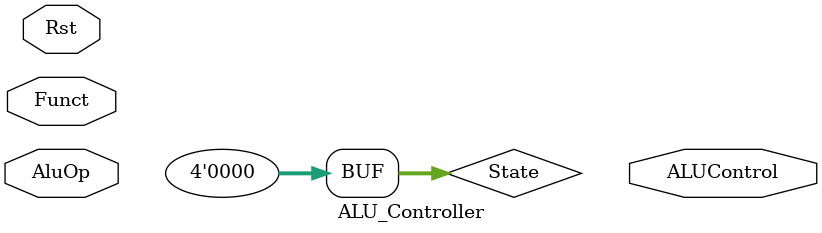
<source format=v>
`timescale 1ns / 1ps
module ALU_Controller(Rst, AluOp, Funct, ALUControl);

    input Rst;
    input [3:0] AluOp;           //4 bit AluOp code sent from controller 
    
    input [5:0] Funct;           //6 bit Instruction function field
    
    output reg [4:0] ALUControl; //5 bit output control signal sent to ALU
    
    //Controller AluOp 4 bit inputs (also are the state encodings)
    localparam [3:0] DC =      'b0000, //DONT CARE
                     ADD_I =   'b0001, //ADD IMMEDIATE
                     SUB_I =   'b0010, //SUB IMMEDIATE
                     OR_I =    'b0011, //OR IMMEDIATE
                     AND_I =   'b0100, //AND IMMEDIATE
                     XOR_I =   'b0101, //XOR IMMEDIATE
                     NOR_I =   'b0110, //NOR IMMDEIATE
                     ADDU_I =  'b0111, //ADDU IMMEDIATE
                     SUBU_I =  'b1000, //SUBU IMMEDIATE
                     MULTU_I = 'b1001, //MULTU IMMDEDIATE
                     SLT_I =   'b1010, //SLT IMMEDIATE
                     SLT_IU =  'b1011, //SLTU IMMEDIATE
                     MUL_OP =  'b1100; //ALL MULTIPLY OPERATIONS
    
    //Instruction Function code 6 bit input definitions
    //---------------Dont Care FUNCTION FIELDS                
    localparam [5:0] FC_add  =  'b100000,  //add
                     FC_addu =  'b100001,  //addu
                     FC_sub  =  'b100010,  //sub
                     FC_mult =  'b011000,  //mult
                     FC_multu=  'b010001,  //multu
                     FC_and  =  'b100100,  //and
                     FC_or   =  'b100101,  //or
                     FC_nor  =  'b100111,  //nor
                     FC_xor  =  'b100110,  //xor
                     FC_sll  =  'b000000,  //sll
                     FC_srl  =  'b000010,  //srl
                     FC_sllv =  'b000100,  //sllv
                     FC_slt  =  'b101010,  //slt
                     FC_movn =  'b001011,  //movn
                     FC_movz =  'b001010,  //movz
                     FC_rotrv=  'b000110,  //rotrv
                     FC_sra  =  'b000011,  //sra
                     FC_srav =  'b000111,  //srav
                     FC_sltu =  'b101011,  //sltu
     //---------------MUL FUNCTION FIELDS
                     FC_mul  =  'b000010,  //mul
                     FC_madd =  'b000000,  //madd
                     FC_msub =  'b000100,  //msub
     //---------------SEH & SEB FUNCTION FIELDS
                     FC_seh_seb  =  'b100000;  //seh
     
     //ALU control 5 bit output definitions                
    localparam [4:0] ADD  = 'b00000, // ADD  	 | 00000
                     ADDU = 'b00001, // ADDU     | 00001
                     SUB  = 'b00010, // SUB      | 00010
                     MULT = 'b00011, // MULT     | 00011
                     MULTU= 'b00100, // MULTU    | 00100
                     AND  = 'b00101, // AND      | 00101
                     OR   = 'b00110, // OR       | 00110
                     NOR  = 'b00111, // NOR      | 00111
                     XOR  = 'b01000, // XOR      | 01000
                     SLL  = 'b01001, // SLL      | 01001
                     SRL  = 'b01010, // SRL      | 01010
                     SLLV = 'b01011, // SLLV     | 01011
                     SLT  = 'b01100, // SLT      | 01100
                     MOVN = 'b01101, // MOVN     | 01101
                     MOVZ = 'b01110, // MOVZ     | 01110
                     ROTRV= 'b01111, // ROTRV    | 01111
                     SRA  = 'b10000, // SRA      | 10000
                     SRAV = 'b10001, // SRAV     | 10001
                     SLTU = 'b10010, // SLTU     | 10010
                     MUL  = 'b10011, // MUL      | 10011
                     MADD = 'b10100, // MADD     | 10100
                     MSUB = 'b10101, // MSUB     | 10101
                     SEH_SEB = 'b10110; // SEH_SEB  | 10110
                                
    reg [3:0] State = DC;        //init dont care
    reg [5:0] Function = FC_add; //init to add
                    
    always @(*) begin
        case(State)   //First checks AluOp Code
            DC: begin //If its a dont care then function code is checked
                case(Function)
                    FC_add: begin  //add
                        ALUControl <= ADD;
                    end
                    FC_addu: begin  //addu
                        ALUControl <= ADDU;
                    end
                    FC_sub: begin  //sub
                        ALUControl <= SUB;
                    end
                    FC_mult: begin  //mult
                        ALUControl <= MULT;
                    end
                    FC_multu: begin  //multu
                        ALUControl <= MULTU;
                    end
                    FC_and: begin  //and
                        ALUControl <= AND;
                    end
                    FC_or: begin  //or
                        ALUControl <= OR;
                    end
                    FC_nor: begin  //nor
                        ALUControl <= NOR;
                    end
                    FC_xor: begin  //xor
                        ALUControl <= XOR;
                    end
                    FC_sll: begin  //sll
                        ALUControl <= SLL;
                    end
                    FC_srl: begin  //srl
                        ALUControl <= SRL;
                    end
                    FC_sllv: begin  //sllv
                        ALUControl <= SLLV;
                    end
                    FC_slt: begin  //slt
                        ALUControl <= SLT;
                    end
                    FC_movn: begin  //movn
                        ALUControl <= MOVN;
                    end
                    FC_movz: begin  //movz
                        ALUControl <= MOVZ;
                    end
                    FC_rotrv: begin  //rotrv
                        ALUControl <= ROTRV;
                    end
                    FC_sra: begin  //sra
                        ALUControl <= SRA;
                    end
                    FC_srav: begin  //srav
                        ALUControl <= SRAV;
                    end
                    FC_sltu: begin  //sltu
                        ALUControl <= SLTU;
                    end
                    FC_seh_seb: begin  //seh
                        ALUControl <= SEH_SEB;
                    end
                    default:
                        ALUControl <= ADD;
                endcase
            end
            //All immediate operations are below
            ADD_I: begin
                ALUControl <= ADD;
            end
            SUB_I: begin
                ALUControl <= SUB;
            end
            OR_I: begin
                ALUControl <= OR;
            end
            AND_I: begin
                ALUControl <= AND;
            end
            XOR_I: begin
                ALUControl <= XOR;
            end
            NOR_I: begin
                ALUControl <= NOR;
            end
            ADDU_I: begin
                ALUControl <= ADDU;
            end
            SUBU_I: begin
                ALUControl <= SUB;
            end
            MULTU_I: begin
                ALUControl <= MULT;
            end
            SLT_I: begin
                ALUControl <= SLT;
            end
            SLT_IU: begin
                ALUControl <= SLT;
            end
            MUL_OP: begin
                case(Function)
                    FC_mul: begin  //mul
                        ALUControl <= MUL;
                    end
                    FC_madd: begin  //madd
                        ALUControl <= MADD;
                    end
                    FC_msub: begin   //msub
                        ALUControl <= MSUB;
                    end
                endcase
            end
            default:
                State <= DC;
        endcase
    end
    
    //State Register
    always @(Rst, AluOp, Funct) begin
        if (Rst == 1) begin
            State <= DC;         //reset as Dont care
            Function <= FC_add;  //reset w/add as function code
        end    
        else begin
            State <= AluOp;     //update AluOp code 
            Function <= Funct;  //update Function code
        end
    end    
    
endmodule

</source>
